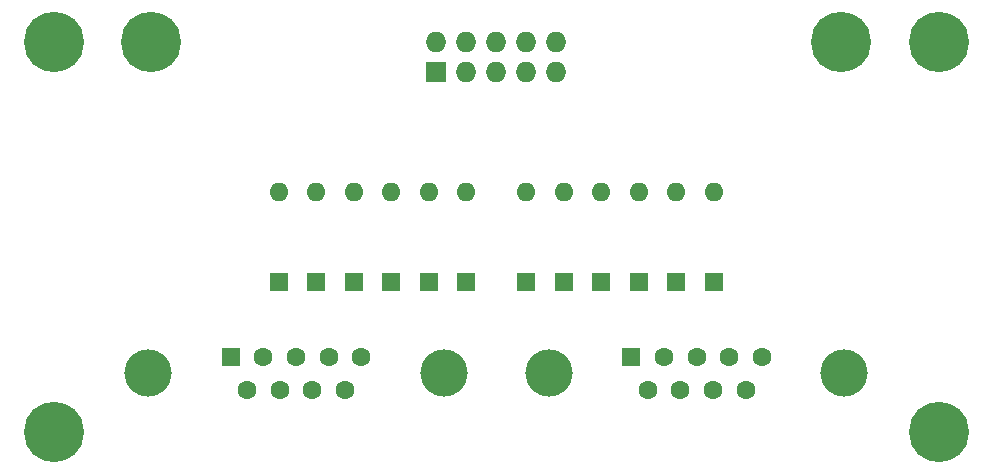
<source format=gbs>
%TF.GenerationSoftware,KiCad,Pcbnew,(5.1.8)-1*%
%TF.CreationDate,2021-01-11T00:39:27+01:00*%
%TF.ProjectId,CPC464 Splitter,43504334-3634-4205-9370-6c6974746572,rev?*%
%TF.SameCoordinates,Original*%
%TF.FileFunction,Soldermask,Bot*%
%TF.FilePolarity,Negative*%
%FSLAX46Y46*%
G04 Gerber Fmt 4.6, Leading zero omitted, Abs format (unit mm)*
G04 Created by KiCad (PCBNEW (5.1.8)-1) date 2021-01-11 00:39:27*
%MOMM*%
%LPD*%
G01*
G04 APERTURE LIST*
%ADD10R,1.600000X1.600000*%
%ADD11C,1.600000*%
%ADD12C,4.000000*%
%ADD13R,1.727200X1.727200*%
%ADD14O,1.727200X1.727200*%
%ADD15C,5.100000*%
%ADD16O,1.600000X1.600000*%
G04 APERTURE END LIST*
D10*
%TO.C,J1*%
X117200000Y-102235000D03*
D11*
X119970000Y-102235000D03*
X122740000Y-102235000D03*
X125510000Y-102235000D03*
X128280000Y-102235000D03*
X118585000Y-105075000D03*
X121355000Y-105075000D03*
X124125000Y-105075000D03*
X126895000Y-105075000D03*
D12*
X110240000Y-103655000D03*
X135240000Y-103655000D03*
%TD*%
%TO.C,J2*%
X169170000Y-103655000D03*
X144170000Y-103655000D03*
D11*
X160825000Y-105075000D03*
X158055000Y-105075000D03*
X155285000Y-105075000D03*
X152515000Y-105075000D03*
X162210000Y-102235000D03*
X159440000Y-102235000D03*
X156670000Y-102235000D03*
X153900000Y-102235000D03*
D10*
X151130000Y-102235000D03*
%TD*%
D13*
%TO.C,J3*%
X134620000Y-78105000D03*
D14*
X137160000Y-78105000D03*
X139700000Y-78105000D03*
X142240000Y-78105000D03*
X144780000Y-78105000D03*
X134620000Y-75565000D03*
X137160000Y-75565000D03*
X139700000Y-75565000D03*
X142240000Y-75565000D03*
X144780000Y-75565000D03*
%TD*%
D15*
%TO.C,M1*%
X102235000Y-108585000D03*
%TD*%
%TO.C,M2*%
X177165000Y-75565000D03*
%TD*%
%TO.C,M3*%
X102235000Y-75565000D03*
%TD*%
%TO.C,M4*%
X177165000Y-108585000D03*
%TD*%
D16*
%TO.C,D1*%
X137160000Y-88265000D03*
D10*
X137160000Y-95885000D03*
%TD*%
%TO.C,D2*%
X133985000Y-95885000D03*
D16*
X133985000Y-88265000D03*
%TD*%
%TO.C,D3*%
X130810000Y-88265000D03*
D10*
X130810000Y-95885000D03*
%TD*%
D16*
%TO.C,D4*%
X127635000Y-88265000D03*
D10*
X127635000Y-95885000D03*
%TD*%
%TO.C,D5*%
X124460000Y-95885000D03*
D16*
X124460000Y-88265000D03*
%TD*%
%TO.C,D6*%
X121285000Y-88265000D03*
D10*
X121285000Y-95885000D03*
%TD*%
D16*
%TO.C,D7*%
X158115000Y-88265000D03*
D10*
X158115000Y-95885000D03*
%TD*%
%TO.C,D8*%
X154940000Y-95885000D03*
D16*
X154940000Y-88265000D03*
%TD*%
D10*
%TO.C,D9*%
X151765000Y-95885000D03*
D16*
X151765000Y-88265000D03*
%TD*%
D10*
%TO.C,D10*%
X148590000Y-95885000D03*
D16*
X148590000Y-88265000D03*
%TD*%
D10*
%TO.C,D11*%
X145415000Y-95885000D03*
D16*
X145415000Y-88265000D03*
%TD*%
%TO.C,D12*%
X142240000Y-88265000D03*
D10*
X142240000Y-95885000D03*
%TD*%
D15*
%TO.C,M5*%
X168910000Y-75565000D03*
%TD*%
%TO.C,M6*%
X110490000Y-75565000D03*
%TD*%
M02*

</source>
